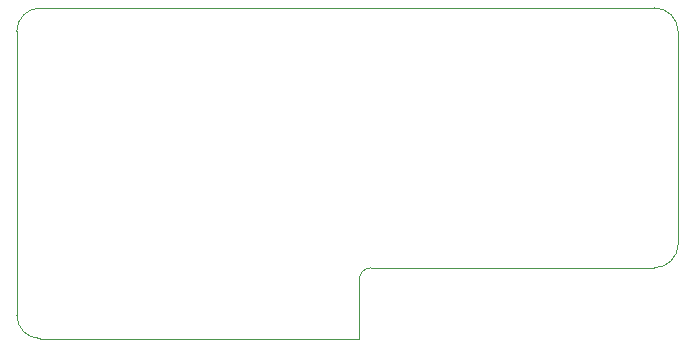
<source format=gbr>
%TF.GenerationSoftware,Altium Limited,Altium Designer,20.1.8 (145)*%
G04 Layer_Color=0*
%FSLAX45Y45*%
%MOMM*%
%TF.SameCoordinates,98D083CD-8668-4ABA-A521-F4C8EB5CE2D3*%
%TF.FilePolarity,Positive*%
%TF.FileFunction,Profile,NP*%
%TF.Part,Single*%
G01*
G75*
%TA.AperFunction,Profile*%
%ADD63C,0.02540*%
D63*
X0Y200000D02*
G03*
X200000Y0I200000J0D01*
G01*
X2900000D01*
Y500001D01*
D02*
G02*
X3000000Y600000I100000J0D01*
G01*
Y600000D01*
X5400000Y600000D01*
D02*
G03*
X5600000Y800000I0J200000D01*
G01*
Y2600000D01*
D02*
G03*
X5400001Y2799999I-199999J0D01*
G01*
X200000D01*
D02*
G03*
X0Y2599999I0J-200000D01*
G01*
Y2600000D01*
Y200000D01*
%TF.MD5,5a5aa917c1ef1267d0d9bc0f65b7cb86*%
M02*

</source>
